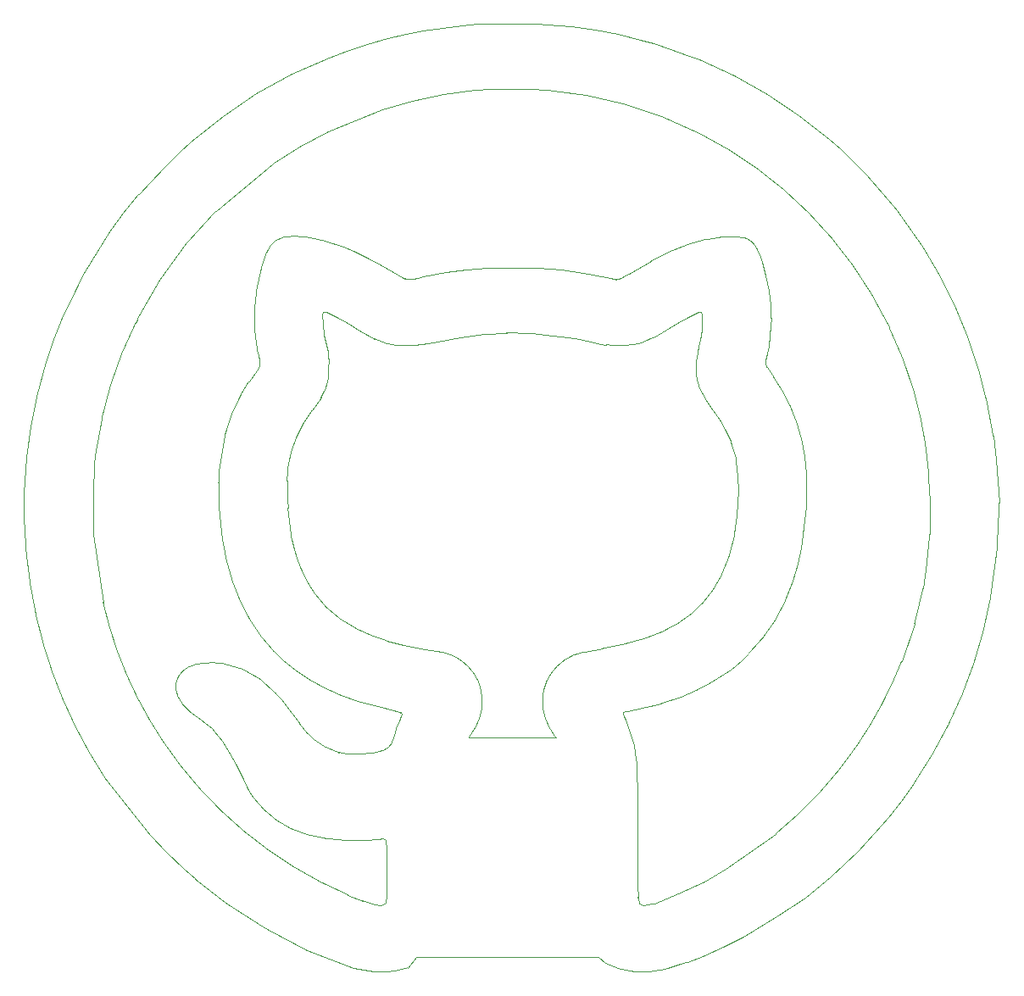
<source format=gm1>
%TF.GenerationSoftware,KiCad,Pcbnew,9.0.1*%
%TF.CreationDate,2025-04-13T21:02:41-04:00*%
%TF.ProjectId,SuperPixel,53757065-7250-4697-9865-6c2e6b696361,rev?*%
%TF.SameCoordinates,Original*%
%TF.FileFunction,Profile,NP*%
%FSLAX46Y46*%
G04 Gerber Fmt 4.6, Leading zero omitted, Abs format (unit mm)*
G04 Created by KiCad (PCBNEW 9.0.1) date 2025-04-13 21:02:41*
%MOMM*%
%LPD*%
G01*
G04 APERTURE LIST*
%TA.AperFunction,Profile*%
%ADD10C,0.017000*%
%TD*%
G04 APERTURE END LIST*
D10*
X150807506Y-108429105D02*
X159484781Y-108429103D01*
X129697403Y-69886048D02*
G75*
G02*
X129414956Y-67825081I16119497J3258948D01*
G01*
X163928621Y-69115554D02*
X164506136Y-69209754D01*
X156981404Y-43684735D02*
X158552481Y-43773494D01*
X136341053Y-68175314D02*
X136217851Y-67101448D01*
X133096832Y-88580312D02*
G75*
G02*
X132717801Y-85519554I19974568J4027412D01*
G01*
X177657316Y-82404855D02*
X177677176Y-83723021D01*
X109202949Y-101938691D02*
G75*
G02*
X107605756Y-96387499I43841551J15619491D01*
G01*
X136415699Y-103498343D02*
G75*
G02*
X133626992Y-101824372I9009101J18168343D01*
G01*
X167902500Y-38723151D02*
X165657953Y-38187498D01*
X119926500Y-62754112D02*
G75*
G02*
X122533075Y-59156628I34182400J-22023988D01*
G01*
X142005523Y-118588146D02*
G75*
G02*
X142226667Y-118583761I151877J-2081054D01*
G01*
X113377828Y-81175340D02*
X113486620Y-80237500D01*
X167405066Y-109886862D02*
X167265475Y-109214042D01*
X166232182Y-105995252D02*
G75*
G02*
X166271590Y-105945016I101118J-38748D01*
G01*
X177355373Y-80143773D02*
X177465348Y-80613310D01*
X173617834Y-69949691D02*
X173535604Y-70421655D01*
X190559703Y-52276065D02*
X189472637Y-51191906D01*
X129823800Y-127081267D02*
X130650537Y-127604433D01*
X176445000Y-121589436D02*
X174305651Y-122780831D01*
X113296780Y-86815299D02*
X113290000Y-85210000D01*
X142457850Y-118643389D02*
G75*
G02*
X142507746Y-118757332I-123350J-121911D01*
G01*
X133907769Y-107080758D02*
X132057983Y-104649916D01*
X145677589Y-62510645D02*
X145177574Y-62597954D01*
X189620000Y-119768706D02*
X191291085Y-118025292D01*
X144469956Y-62603172D02*
X144125970Y-62421975D01*
X166228558Y-106077447D02*
G75*
G02*
X166232195Y-105995257I124942J35647D01*
G01*
X129823712Y-127081212D02*
G75*
G02*
X123490021Y-122605678I20728788J36054412D01*
G01*
X157700769Y-61546581D02*
X155152500Y-61489342D01*
X179588728Y-51602105D02*
G75*
G02*
X184740684Y-56033266I-24889728J-34148995D01*
G01*
X170440312Y-131578692D02*
G75*
G02*
X168847385Y-131834466I-2375412J9705592D01*
G01*
X129907500Y-71126960D02*
G75*
G02*
X129873624Y-71256636I-264600J-140D01*
G01*
X148105611Y-99902483D02*
X147584824Y-99801374D01*
X196158664Y-93525200D02*
G75*
G02*
X195306449Y-97102842I-38821164J7357100D01*
G01*
X140638433Y-60510697D02*
X139234402Y-59837152D01*
X201213134Y-101081321D02*
G75*
G02*
X198687908Y-107169364I-43855434J14622821D01*
G01*
X127517017Y-111068796D02*
X128161744Y-112401453D01*
X112334704Y-62146495D02*
G75*
G02*
X114928935Y-57934105I44048096J-24222305D01*
G01*
X178242403Y-128302497D02*
X181555443Y-126335110D01*
X184740687Y-56033263D02*
G75*
G02*
X189126628Y-61243876I-30180187J-29854837D01*
G01*
X117676545Y-66677562D02*
G75*
G02*
X119926506Y-62754116I39050655J-19787338D01*
G01*
X174305651Y-122780831D02*
X171732016Y-124004980D01*
X168956497Y-60862753D02*
G75*
G02*
X172784615Y-59151158I10932403J-19314447D01*
G01*
X174108063Y-66459458D02*
X174087351Y-67085389D01*
X130650537Y-127604433D02*
X134597019Y-129653687D01*
X194014499Y-100826008D02*
G75*
G02*
X189562503Y-109236495I-39468599J15508708D01*
G01*
X145371986Y-69252478D02*
G75*
G02*
X143549747Y-69265186I-979086J9739578D01*
G01*
X126171729Y-88537172D02*
G75*
G02*
X125804888Y-82906346I36865071J5229072D01*
G01*
X144554681Y-38164511D02*
X142658213Y-38619937D01*
X159921251Y-68351026D02*
X161370615Y-68584112D01*
X129845800Y-70679273D02*
X129897550Y-70998285D01*
X176757459Y-90429578D02*
G75*
G02*
X175978223Y-92322107I-15055659J5092378D01*
G01*
X146353123Y-99583500D02*
X144280327Y-99192622D01*
X157596471Y-37136134D02*
X155246051Y-37117552D01*
X167630994Y-123185385D02*
X167614769Y-117870662D01*
X126141989Y-108793589D02*
X126844395Y-109867537D01*
X166003168Y-62506950D02*
X165698722Y-62662540D01*
X158422507Y-106484419D02*
G75*
G02*
X158151003Y-104612182I4964393J1675719D01*
G01*
X140257265Y-110061224D02*
X140412565Y-110051586D01*
X133626995Y-101824367D02*
G75*
G02*
X131292432Y-99799856I9627605J13460367D01*
G01*
X136528856Y-65962405D02*
X137539903Y-66461677D01*
X139304285Y-131437135D02*
X141275090Y-131825739D01*
X123467354Y-101148188D02*
G75*
G02*
X124354879Y-100997734I1553146J-6469012D01*
G01*
X184018302Y-89537587D02*
G75*
G02*
X183141279Y-92902501I-22336902J4025087D01*
G01*
X191291085Y-118025292D02*
X192712058Y-116407863D01*
X168956497Y-60862753D02*
X166761288Y-62078873D01*
X190559703Y-52276065D02*
G75*
G02*
X196158953Y-59457197I-34622503J-32769235D01*
G01*
X143927784Y-106517718D02*
X143816210Y-106786101D01*
X145177574Y-62597954D02*
X144758883Y-62659904D01*
X122533070Y-59156624D02*
G75*
G02*
X125514782Y-55867161I31533330J-25587076D01*
G01*
X129927004Y-102585355D02*
G75*
G02*
X131561019Y-104072845I-6307404J-8569945D01*
G01*
X144125970Y-62421975D02*
X143707668Y-62188928D01*
X143013871Y-109080805D02*
G75*
G02*
X142800049Y-109414398I-817871J288905D01*
G01*
X108543753Y-71057500D02*
G75*
G02*
X110171156Y-66586052I41343847J-12515400D01*
G01*
X134270487Y-77079122D02*
G75*
G02*
X135135509Y-75775005I11792713J-6883178D01*
G01*
X136507414Y-73543460D02*
G75*
G02*
X136015125Y-74508629I-5075914J1980860D01*
G01*
X110171156Y-66586052D02*
G75*
G02*
X112334706Y-62146496I46067544J-19703348D01*
G01*
X172784614Y-59151155D02*
G75*
G02*
X174584820Y-58641939I5969886J-17668345D01*
G01*
X142566472Y-120384773D02*
X142585350Y-121814329D01*
X138584766Y-39854874D02*
X136792500Y-40517905D01*
X169229571Y-68465139D02*
G75*
G02*
X168054399Y-69019416I-2919771J4667539D01*
G01*
X125321625Y-100962926D02*
G75*
G02*
X126270093Y-101053730I-200425J-7092374D01*
G01*
X183141277Y-92902500D02*
G75*
G02*
X182307951Y-94994921I-22493277J7746000D01*
G01*
X133344798Y-121378824D02*
G75*
G02*
X128395046Y-117839702I22158402J36221224D01*
G01*
X143572385Y-105808780D02*
X143824288Y-105879825D01*
X142376941Y-118600327D02*
G75*
G02*
X142457846Y-118643392I-28341J-150773D01*
G01*
X139641351Y-104808307D02*
G75*
G02*
X136415698Y-103498345I7153749J22241807D01*
G01*
X154977020Y-43658500D02*
X156981404Y-43684735D01*
X160404451Y-100651897D02*
G75*
G02*
X161240183Y-100208809I2315349J-3357403D01*
G01*
X142501029Y-69059840D02*
G75*
G02*
X141390673Y-68604415I2003871J6466840D01*
G01*
X115685221Y-99809965D02*
G75*
G02*
X114263969Y-94929105I38743279J13928965D01*
G01*
X139555000Y-110070666D02*
X138832423Y-110064196D01*
X136217851Y-67101448D02*
X136169774Y-66153890D01*
X179584558Y-59634788D02*
G75*
G02*
X179815311Y-60166644I-4240558J-2155812D01*
G01*
X168054400Y-69019420D02*
G75*
G02*
X167136726Y-69211850I-1286400J3850320D01*
G01*
X180180878Y-98449858D02*
G75*
G02*
X178744394Y-100046199I-15776378J12752058D01*
G01*
X187934667Y-49684992D02*
X186763039Y-48633005D01*
X131292435Y-99799853D02*
G75*
G02*
X128919641Y-96654703I12242265J11703553D01*
G01*
X158151020Y-104612183D02*
G75*
G02*
X158562768Y-102827932I4862680J-182517D01*
G01*
X144688407Y-131436221D02*
X145560000Y-130360000D01*
X136819296Y-71113456D02*
G75*
G02*
X136751654Y-72601181I-8303996J-367844D01*
G01*
X147584824Y-99801374D02*
X146977001Y-99690358D01*
X175170288Y-75723973D02*
X175843101Y-76709038D01*
X144015333Y-106274194D02*
X143927784Y-106517718D01*
X122214571Y-101794538D02*
G75*
G02*
X122762106Y-101406469I1556829J-1616262D01*
G01*
X163720000Y-130370000D02*
X145560000Y-130360000D01*
X164178528Y-99533567D02*
X162363921Y-99873959D01*
X129390064Y-65719703D02*
G75*
G02*
X129624138Y-63578436I18052536J-889997D01*
G01*
X138228261Y-59420899D02*
X136425015Y-58841490D01*
X121746488Y-104367832D02*
G75*
G02*
X121521234Y-103587678I2256212J1074032D01*
G01*
X180457858Y-62323536D02*
X180085414Y-60961897D01*
X167136726Y-69211852D02*
G75*
G02*
X165862371Y-69267371I-1222226J13401252D01*
G01*
X184050588Y-78759941D02*
G75*
G02*
X184507105Y-81963128I-17466588J-4123459D01*
G01*
X158562751Y-102827924D02*
G75*
G02*
X159605579Y-101314027I4519349J-1996976D01*
G01*
X175978223Y-92322107D02*
G75*
G02*
X174169367Y-94984018I-10225923J5003307D01*
G01*
X129120726Y-114230725D02*
G75*
G02*
X128678442Y-113477224I6135674J4108025D01*
G01*
X114399791Y-112381751D02*
X118925781Y-118150423D01*
X168237687Y-125245000D02*
G75*
G02*
X167868234Y-125038162I13J433400D01*
G01*
X135395590Y-94052631D02*
G75*
G02*
X134134911Y-91790797I10586110J7382631D01*
G01*
X182307951Y-94994921D02*
G75*
G02*
X181344824Y-96804755I-14898451J6767221D01*
G01*
X169213357Y-39101122D02*
X167902500Y-38723151D01*
X174169370Y-94984020D02*
G75*
G02*
X171687544Y-97033798I-8422170J7670020D01*
G01*
X115010233Y-73225709D02*
G75*
G02*
X117518226Y-67023985I37801867J-11679191D01*
G01*
X129873612Y-71256629D02*
X129756513Y-71478236D01*
X144280327Y-99192622D02*
X142590348Y-98766006D01*
X147648111Y-68855915D02*
X149941769Y-68433084D01*
X152899399Y-37119460D02*
X151667500Y-37158896D01*
X177639830Y-82146913D02*
X177657316Y-82404855D01*
X173848037Y-40731025D02*
X172573054Y-40235743D01*
X106408152Y-83636537D02*
G75*
G02*
X107060187Y-77344692I47744748J-1768163D01*
G01*
X176950273Y-101648562D02*
X177484503Y-101230220D01*
X122229218Y-105131833D02*
G75*
G02*
X121746495Y-104367829I2946082J2395933D01*
G01*
X137971197Y-96609539D02*
G75*
G02*
X136561652Y-95439648I5858103J8492239D01*
G01*
X122295871Y-121520693D02*
X123490018Y-122605682D01*
X128395046Y-117839702D02*
G75*
G02*
X123992393Y-113621539I27220954J32818202D01*
G01*
X185839052Y-113921144D02*
G75*
G02*
X181453202Y-118049251I-30893752J28428744D01*
G01*
X165698722Y-62662540D02*
G75*
G02*
X165603962Y-62684988I-94822J189040D01*
G01*
X144688407Y-131436221D02*
G75*
G02*
X143370450Y-131763550I-2650907J7856621D01*
G01*
X196846696Y-85515022D02*
X196832111Y-88105481D01*
X113486620Y-80237500D02*
X114120499Y-76625762D01*
X174924479Y-102949354D02*
X176287018Y-102111386D01*
X142226667Y-118583761D02*
G75*
G02*
X142376942Y-118600320I-32667J-986639D01*
G01*
X117681620Y-104434413D02*
G75*
G02*
X115685219Y-99809966I36005680J18287013D01*
G01*
X141109042Y-98257770D02*
G75*
G02*
X139681368Y-97620899I6412558J16293670D01*
G01*
X107060182Y-77344691D02*
G75*
G02*
X108543753Y-71057500I51202218J-8763409D01*
G01*
X142658213Y-38619937D02*
X140604407Y-39203073D01*
X141591979Y-109869348D02*
X141139546Y-109972344D01*
X162566919Y-44301629D02*
G75*
G02*
X166387258Y-45179970I-6885219J-38694671D01*
G01*
X131343775Y-51023152D02*
X133606819Y-49566036D01*
X165603962Y-62685000D02*
G75*
G02*
X165503016Y-62675247I-162J525600D01*
G01*
X195306449Y-97102842D02*
X194014499Y-100826006D01*
X165503017Y-62675241D02*
X165227486Y-62622912D01*
X129562505Y-44124763D02*
X126204897Y-46370479D01*
X136714894Y-47857182D02*
X142122524Y-45671351D01*
X177295291Y-42320051D02*
X173848037Y-40731025D01*
X159605586Y-101314034D02*
G75*
G02*
X160404454Y-100651902I4135614J-4176666D01*
G01*
X149609412Y-100473544D02*
G75*
G02*
X150173832Y-100855824I-2630112J-4491056D01*
G01*
X174099035Y-66161685D02*
G75*
G02*
X174108061Y-66459458I-2137535J-213815D01*
G01*
X138705209Y-124137441D02*
G75*
G02*
X133344802Y-121378817I15991291J37660741D01*
G01*
X135135510Y-75775006D02*
X136015124Y-74508628D01*
X177465348Y-80613310D02*
G75*
G02*
X177639855Y-82147219I-9095048J-1811590D01*
G01*
X143281281Y-105744837D02*
X143572385Y-105808780D01*
X125804887Y-82906346D02*
X125805522Y-82604581D01*
X174087351Y-67085389D02*
X174051909Y-67671280D01*
X133344151Y-58354652D02*
G75*
G02*
X134771804Y-58483950I-271351J-10942548D01*
G01*
X189126627Y-61243877D02*
G75*
G02*
X192596995Y-67062417I-33848627J-24132623D01*
G01*
X178381904Y-100399541D02*
X178030674Y-100741910D01*
X138678623Y-67066291D02*
X139885928Y-67764488D01*
X151330562Y-102077175D02*
G75*
G02*
X151772087Y-102889103I-3459762J-2407425D01*
G01*
X143401414Y-107880153D02*
X143294536Y-108216902D01*
X170898899Y-39650118D02*
X169213357Y-39101122D01*
X166474658Y-105849549D02*
G75*
G02*
X166602102Y-105819673I301142J-997851D01*
G01*
X166271585Y-105945008D02*
G75*
G02*
X166359887Y-105893839I355315J-511392D01*
G01*
X131525435Y-58792905D02*
G75*
G02*
X132241607Y-58480201I1326165J-2060795D01*
G01*
X129897550Y-70998285D02*
G75*
G02*
X129907498Y-71126960I-827750J-128715D01*
G01*
X175629982Y-58453547D02*
X175156134Y-58523382D01*
X143685572Y-107100691D02*
X143539603Y-107486982D01*
X167684408Y-124390462D02*
X167630994Y-123185385D01*
X121554737Y-102954799D02*
G75*
G02*
X121796333Y-102332668I2224563J-505901D01*
G01*
X173487032Y-103694049D02*
X174924479Y-102949354D01*
X114399791Y-112381752D02*
G75*
G02*
X111492373Y-107323568I40700909J26759352D01*
G01*
X180085414Y-60961897D02*
X179815305Y-60166646D01*
X180871617Y-68298749D02*
X180963655Y-67314282D01*
X164893134Y-62554597D02*
X164524016Y-62473636D01*
X132717767Y-85519147D02*
X132657167Y-84750441D01*
X167265475Y-109214042D02*
X167054595Y-108397332D01*
X122981336Y-105891575D02*
G75*
G02*
X122229216Y-105131834I3503864J4220875D01*
G01*
X173535604Y-70421655D02*
X173494292Y-70864776D01*
X149012049Y-100175473D02*
G75*
G02*
X149609413Y-100473543I-1924349J-4604227D01*
G01*
X180446531Y-71157351D02*
G75*
G02*
X180451281Y-70789014I872269J172951D01*
G01*
X142585350Y-121814329D02*
X142600326Y-123740495D01*
X146011751Y-69173072D02*
X146720058Y-69048508D01*
X132657167Y-84750441D02*
X132626125Y-82799625D01*
X130544489Y-60118253D02*
G75*
G02*
X130985724Y-59303213I3298511J-1258747D01*
G01*
X136792500Y-40517905D02*
X133097063Y-42171112D01*
X169289201Y-125040991D02*
G75*
G02*
X168237687Y-125244994I-1051501J2607891D01*
G01*
X174051909Y-67671280D02*
X173994063Y-68181376D01*
X167868259Y-125038146D02*
G75*
G02*
X167684423Y-124390462I1063341J651746D01*
G01*
X176287018Y-102111386D02*
X176950273Y-101648562D01*
X144025033Y-105949841D02*
G75*
G02*
X144074090Y-105998622I-29633J-78859D01*
G01*
X172721640Y-66448534D02*
X173721248Y-65953386D01*
X142507767Y-118757331D02*
X142539639Y-119442555D01*
X150692584Y-101314034D02*
G75*
G02*
X151330567Y-102077172I-3987584J-3981866D01*
G01*
X176942013Y-78806279D02*
G75*
G02*
X177355376Y-80143772I-6253513J-2665321D01*
G01*
X178381904Y-100399541D02*
X178744392Y-100046197D01*
X121521249Y-103587676D02*
G75*
G02*
X121554731Y-102954798I1851451J219376D01*
G01*
X125514782Y-55867161D02*
X131200104Y-51130718D01*
X155246051Y-37117552D02*
X152899399Y-37119460D01*
X176372505Y-129263085D02*
X178242403Y-128302497D01*
X196536258Y-90994325D02*
X196158664Y-93525200D01*
X177484503Y-101230220D02*
X178030674Y-100741910D01*
X155152500Y-61489342D02*
X152658383Y-61536544D01*
X143816210Y-106786101D02*
X143685572Y-107100691D01*
X129777896Y-70298900D02*
X129845800Y-70679273D01*
X158552481Y-43773494D02*
G75*
G02*
X162566919Y-44301631I-3819981J-44557406D01*
G01*
X121796340Y-102332672D02*
G75*
G02*
X122214577Y-101794544I2071160J-1178128D01*
G01*
X167614769Y-117870662D02*
X167603186Y-113796296D01*
X125407628Y-107844096D02*
X126141989Y-108793589D01*
X161064008Y-37420591D02*
X158688907Y-37185079D01*
X171608371Y-67049105D02*
X172721640Y-66448534D01*
X186763039Y-48633005D02*
X183716241Y-46248608D01*
X149941769Y-68433084D02*
X152307998Y-68145711D01*
X113296089Y-83117123D02*
X113321139Y-82012312D01*
X146195849Y-37849571D02*
X144554681Y-38164511D01*
X168400950Y-98527813D02*
G75*
G02*
X164178528Y-99533564I-9192350J29225713D01*
G01*
X152974980Y-43689384D02*
X154977020Y-43658500D01*
X172592175Y-130868488D02*
G75*
G02*
X170440312Y-131578691I-5575475J13278188D01*
G01*
X178253359Y-58492198D02*
X177543612Y-58414175D01*
X175156134Y-58523382D02*
X174584820Y-58641941D01*
X150143152Y-37290947D02*
X148185574Y-37541529D01*
X142075229Y-125232143D02*
G75*
G02*
X141416374Y-125149689I17471J2813143D01*
G01*
X120400889Y-51424034D02*
X118923752Y-52948329D01*
X133607040Y-90506187D02*
X133332920Y-89601110D01*
X136772215Y-70361718D02*
X136692198Y-69878473D01*
X132057983Y-104649916D02*
X131561019Y-104072845D01*
X192712058Y-116407863D02*
X193999317Y-114779435D01*
X143539603Y-107486982D02*
X143401414Y-107880153D01*
X148540833Y-61956902D02*
X146229632Y-62399034D01*
X181255505Y-72486823D02*
X180572221Y-71465594D01*
X124451649Y-106958931D02*
X124808190Y-107240456D01*
X151667500Y-37158896D02*
X150143152Y-37290947D01*
X144074108Y-105998615D02*
G75*
G02*
X144077365Y-106070601I-106508J-40885D01*
G01*
X126844395Y-109867537D02*
X127517017Y-111068796D01*
X127140234Y-76080064D02*
G75*
G02*
X128119972Y-74028964I16252366J-6503636D01*
G01*
X170367500Y-104912402D02*
X171969629Y-104347583D01*
X196832111Y-88105481D02*
G75*
G02*
X196536267Y-90994327I-17051711J286681D01*
G01*
X166303868Y-106324116D02*
X166228558Y-106077447D01*
X167405066Y-109886862D02*
G75*
G02*
X167537115Y-110817806I-5422166J-1243938D01*
G01*
X131343775Y-51023152D02*
X131200104Y-51130718D01*
X125117953Y-107527842D02*
X125407628Y-107844096D01*
X178253359Y-58492197D02*
G75*
G02*
X178666010Y-58649947I-358359J-1556003D01*
G01*
X163382749Y-37753996D02*
X161064008Y-37420591D01*
X141139546Y-109972344D02*
G75*
G02*
X140412565Y-110051590I-839246J4324844D01*
G01*
X132241608Y-58480204D02*
G75*
G02*
X133344151Y-58354642I1002692J-3901096D01*
G01*
X152119237Y-104802500D02*
G75*
G02*
X152051828Y-105749937I-6281437J-29200D01*
G01*
X180604634Y-70037500D02*
X180744715Y-69281280D01*
X158398186Y-68179870D02*
X159921251Y-68351026D01*
X133067516Y-79866712D02*
G75*
G02*
X133577137Y-78451293I11688784J-3409088D01*
G01*
X203781877Y-84953515D02*
X203455216Y-80671192D01*
X142587601Y-124472412D02*
G75*
G02*
X142548307Y-124866486I-3368801J136912D01*
G01*
X165232623Y-69255726D02*
X165862371Y-69267366D01*
X113321139Y-82012312D02*
X113377828Y-81175340D01*
X151772095Y-102889100D02*
G75*
G02*
X152029667Y-103785956I-3986795J-1630400D01*
G01*
X173973130Y-65943102D02*
G75*
G02*
X174057839Y-66019806I-56930J-147998D01*
G01*
X122762106Y-101406469D02*
G75*
G02*
X123467354Y-101148188I1466494J-2912331D01*
G01*
X142122524Y-45671351D02*
X145145904Y-44813532D01*
X161370615Y-68584112D02*
X162972500Y-68911613D01*
X177677176Y-83723021D02*
X177579934Y-86278923D01*
X180572622Y-44151555D02*
X177295291Y-42320051D01*
X148185574Y-37541529D02*
X146195849Y-37849571D01*
X173822566Y-73495947D02*
G75*
G02*
X173564636Y-72531096I4192434J1637647D01*
G01*
X142590348Y-98766006D02*
G75*
G02*
X141109040Y-98257775I4975152J16913606D01*
G01*
X164524016Y-62473636D02*
X162236096Y-62023337D01*
X199358019Y-65366899D02*
G75*
G02*
X201706403Y-71690799I-43824119J-19872101D01*
G01*
X129697403Y-69886048D02*
X129777896Y-70298900D01*
X138097128Y-118659458D02*
G75*
G02*
X136579999Y-118534882I187972J11589558D01*
G01*
X137800326Y-109914978D02*
X137644760Y-109873032D01*
X179048920Y-58922930D02*
G75*
G02*
X179343321Y-59246283I-1506020J-1666870D01*
G01*
X142800039Y-109414388D02*
G75*
G02*
X142418464Y-109629772I-601139J619288D01*
G01*
X134771803Y-58483956D02*
G75*
G02*
X136425013Y-58841496I-2299203J-14632044D01*
G01*
X134134969Y-91790926D02*
X133954488Y-91401202D01*
X142418461Y-109629760D02*
X141591979Y-109869348D01*
X151412500Y-43781851D02*
X152974980Y-43689384D01*
X138392197Y-110037209D02*
G75*
G02*
X137800324Y-109914979I309603J2993309D01*
G01*
X159345213Y-108247855D02*
G75*
G02*
X158422499Y-106484422I5124587J3804555D01*
G01*
X180572221Y-71465594D02*
G75*
G02*
X180446549Y-71157347I732779J478494D01*
G01*
X182888928Y-75320202D02*
G75*
G02*
X183541104Y-76972400I-15402028J-7034498D01*
G01*
X118923752Y-52948329D02*
X117845207Y-54142694D01*
X139681368Y-97620899D02*
G75*
G02*
X137971193Y-96609545I6377432J12735699D01*
G01*
X143707668Y-62188928D02*
X143252500Y-61920901D01*
X167603186Y-113796296D02*
X167579933Y-111923725D01*
X144758883Y-62659904D02*
G75*
G02*
X144614635Y-62655524I-59183J428404D01*
G01*
X123039056Y-48897819D02*
X121899621Y-49942821D01*
X171687542Y-97033794D02*
G75*
G02*
X168400951Y-98527817I-7739642J12663894D01*
G01*
X146977001Y-99690358D02*
X146353123Y-99583500D01*
X123992394Y-113621538D02*
G75*
G02*
X120262126Y-108840004I30953406J27993838D01*
G01*
X133097063Y-42171112D02*
X129562505Y-44124763D01*
X162972500Y-68911613D02*
X163928621Y-69115554D01*
X124019408Y-106659584D02*
G75*
G02*
X122981340Y-105891570I6345792J9662684D01*
G01*
X151840665Y-106587870D02*
G75*
G02*
X151444582Y-107437408I-4947465J1789570D01*
G01*
X142007197Y-131874499D02*
G75*
G02*
X141275228Y-131825766I-5197J5443399D01*
G01*
X129624137Y-63578436D02*
G75*
G02*
X130115305Y-61410000I20215663J-3439164D01*
G01*
X184368413Y-124395581D02*
X186965007Y-122276740D01*
X164437177Y-130986951D02*
X163720000Y-130370000D01*
X143294536Y-108216902D02*
X143013871Y-109080805D01*
X131612148Y-116718283D02*
G75*
G02*
X130330094Y-115640014I5704552J8083983D01*
G01*
X180744715Y-69281280D02*
X180871617Y-68298749D01*
X128161744Y-112401453D02*
X128678439Y-113477225D01*
X183716241Y-46248608D02*
X180572622Y-44151555D01*
X129589407Y-71753000D02*
X128830600Y-72855499D01*
X167344487Y-105673491D02*
X168498531Y-105404599D01*
X176785000Y-58401362D02*
X176128825Y-58416595D01*
X158688907Y-37185079D02*
X157596471Y-37136134D01*
X136561649Y-95439651D02*
G75*
G02*
X135395592Y-94052630I7094151J7147651D01*
G01*
X152307998Y-68145711D02*
X154574581Y-68008846D01*
X141680000Y-118617556D02*
X142005523Y-118588146D01*
X173902505Y-68700289D02*
X173763269Y-69315000D01*
X193999317Y-114779435D02*
X195264221Y-113005557D01*
X136397081Y-109354203D02*
G75*
G02*
X135336941Y-108643807I2794619J5316703D01*
G01*
X133823158Y-49426741D02*
X136714894Y-47857182D01*
X173721248Y-65953386D02*
G75*
G02*
X173973126Y-65943112I137852J-286914D01*
G01*
X176451798Y-77771770D02*
X176942013Y-78806279D01*
X125826890Y-81869920D02*
X125805522Y-82604581D01*
X133031648Y-117538847D02*
G75*
G02*
X131612148Y-116718283I3817752J8242447D01*
G01*
X178666003Y-58649959D02*
G75*
G02*
X179048913Y-58922938I-985803J-1787841D01*
G01*
X170474913Y-67726276D02*
X171608371Y-67049105D01*
X201706404Y-71690799D02*
G75*
G02*
X203166981Y-78324799I-47471204J-13929301D01*
G01*
X143549747Y-69265191D02*
G75*
G02*
X142501027Y-69059845I430453J4978991D01*
G01*
X126204897Y-46370479D02*
X123039056Y-48897819D01*
X140165361Y-124732199D02*
X138705209Y-124137441D01*
X133332920Y-89601110D02*
X133096832Y-88580312D01*
X165657953Y-38187498D02*
X163382749Y-37753996D01*
X154574581Y-68008846D02*
G75*
G02*
X157143714Y-68085070I641019J-21728954D01*
G01*
X196158948Y-59457200D02*
G75*
G02*
X199358016Y-65366900I-40280948J-25625800D01*
G01*
X184507113Y-81963128D02*
G75*
G02*
X184482843Y-85725012I-32542913J-1671072D01*
G01*
X120262132Y-108840000D02*
G75*
G02*
X117681619Y-104434414I35423868J23707600D01*
G01*
X126423465Y-78267727D02*
X125870403Y-81249434D01*
X181255508Y-72486828D02*
G75*
G02*
X182888935Y-75320199I-14127508J-10031972D01*
G01*
X114120499Y-76625762D02*
G75*
G02*
X115010230Y-73225708I39312201J-8470838D01*
G01*
X173494292Y-70864776D02*
X173480305Y-71398012D01*
X126423465Y-78267724D02*
G75*
G02*
X127140236Y-76080065I17418435J-4495776D01*
G01*
X166359885Y-105893836D02*
G75*
G02*
X166474656Y-105849543I352315J-742064D01*
G01*
X196819766Y-84299895D02*
X196825965Y-84299788D01*
X148156606Y-99914116D02*
X148105611Y-99902483D01*
X128919640Y-96654704D02*
G75*
G02*
X127209691Y-92904247I17470560J10230404D01*
G01*
X150570763Y-61682335D02*
X148540833Y-61956902D01*
X189472637Y-51191906D02*
X187934667Y-49684992D01*
X177543612Y-58414175D02*
X176785000Y-58401362D01*
X124019408Y-106659584D02*
X124451649Y-106958931D01*
X173763269Y-69315000D02*
X173617834Y-69949691D01*
X145372171Y-69252464D02*
X145408295Y-69249867D01*
X202867898Y-94634973D02*
G75*
G02*
X201213133Y-101081321I-46428598J8482573D01*
G01*
X111492373Y-107323568D02*
G75*
G02*
X109202955Y-101938689I43862527J21827568D01*
G01*
X141416373Y-125149694D02*
G75*
G02*
X140165361Y-124732199I1999827J8075494D01*
G01*
X140561172Y-118690379D02*
X141680000Y-118617556D01*
X145145904Y-44813532D02*
X148253323Y-44181310D01*
X180451281Y-70789014D02*
X180604634Y-70037500D01*
X136169774Y-66153890D02*
G75*
G02*
X136303185Y-65954104I207926J5590D01*
G01*
X176128825Y-58416595D02*
X175629982Y-58453547D01*
X192786448Y-67493003D02*
G75*
G02*
X195262021Y-73906877I-35169448J-17259097D01*
G01*
X177579934Y-86278923D02*
G75*
G02*
X177281812Y-88463284I-18507034J1413323D01*
G01*
X180746059Y-63789169D02*
X180457858Y-62323536D01*
X173840310Y-48101397D02*
G75*
G02*
X179588726Y-51602107I-18209010J-36370503D01*
G01*
X136548273Y-69230000D02*
X136341053Y-68175314D01*
X133954488Y-91401202D02*
X133607040Y-90506187D01*
X130115304Y-61410000D02*
G75*
G02*
X130544490Y-60118253I14953596J-4251200D01*
G01*
X146720058Y-69048508D02*
X147648111Y-68855915D01*
X165227486Y-62622912D02*
X164893134Y-62554597D01*
X168847385Y-131834464D02*
G75*
G02*
X167281462Y-131818902I-695085J8850264D01*
G01*
X184482839Y-85725012D02*
G75*
G02*
X184018300Y-89537587I-33615939J2161312D01*
G01*
X124808190Y-107240456D02*
X125117953Y-107527842D01*
X170112027Y-46437544D02*
G75*
G02*
X173840310Y-48101398I-16854327J-42775356D01*
G01*
X169229571Y-68465139D02*
X170474913Y-67726276D01*
X152029667Y-103785956D02*
G75*
G02*
X152119238Y-104802500I-6047067J-1045044D01*
G01*
X142453076Y-125065579D02*
G75*
G02*
X142075229Y-125232157I-374776J338279D01*
G01*
X132751139Y-81300000D02*
G75*
G02*
X133067516Y-79866712I10914261J-1657600D01*
G01*
X174583338Y-74867807D02*
G75*
G02*
X173822557Y-73495951I4709162J3508407D01*
G01*
X114928938Y-57934107D02*
G75*
G02*
X117845207Y-54142694I36249462J-24864993D01*
G01*
X198687909Y-107169364D02*
G75*
G02*
X195264219Y-113005556I-45861009J22981164D01*
G01*
X144614632Y-62655538D02*
G75*
G02*
X144469960Y-62603164I101668J506838D01*
G01*
X180963655Y-67314282D02*
X180992383Y-66553417D01*
X129920516Y-115202991D02*
G75*
G02*
X129120717Y-114230731I4525184J4537591D01*
G01*
X175843101Y-76709038D02*
X176451798Y-77771770D01*
X196846696Y-85515022D02*
X196819756Y-84299895D01*
X166541353Y-106945052D02*
X166408508Y-106618694D01*
X189562506Y-109236497D02*
G75*
G02*
X185839057Y-113921149I-34205606J23365197D01*
G01*
X142548308Y-124866486D02*
G75*
G02*
X142453087Y-125065589I-383708J61186D01*
G01*
X133606819Y-49566036D02*
X133823158Y-49426741D01*
X144077364Y-106070601D02*
X144015333Y-106274194D01*
X161240180Y-100208802D02*
G75*
G02*
X162363922Y-99873962I2606120J-6693198D01*
G01*
X167579933Y-111923725D02*
X167537119Y-110817806D01*
X126270094Y-101053724D02*
G75*
G02*
X128196940Y-101606047I-1395994J-8507276D01*
G01*
X136303187Y-65954109D02*
G75*
G02*
X136528856Y-65962405I103113J-268591D01*
G01*
X121899621Y-49942821D02*
X120400889Y-51424034D01*
X173564636Y-72531096D02*
G75*
G02*
X173480302Y-71398012I7422064J1122096D01*
G01*
X150173831Y-100855826D02*
G75*
G02*
X150692590Y-101314028I-3393431J-4364674D01*
G01*
X177281813Y-88463284D02*
G75*
G02*
X176757458Y-90429578I-15241013J3011284D01*
G01*
X136812409Y-70833757D02*
X136772215Y-70361718D01*
X166761288Y-62078873D02*
X166362476Y-62311094D01*
X138097128Y-118659458D02*
X139098978Y-118695085D01*
X157143714Y-68085068D02*
X158398186Y-68179870D01*
X117676545Y-66677562D02*
X117518225Y-67023985D01*
X172573054Y-40235743D02*
X170898899Y-39650118D01*
X136580000Y-118534878D02*
G75*
G02*
X134662557Y-118133287I2451500J16483278D01*
G01*
X192786447Y-67493000D02*
X192597036Y-67062500D01*
X167054595Y-108397332D02*
X166814925Y-107646744D01*
X139885928Y-67764488D02*
X141390674Y-68604412D01*
X118925781Y-118150423D02*
X120594804Y-119851344D01*
X129414958Y-67825081D02*
G75*
G02*
X129390068Y-65719703I17200742J1256181D01*
G01*
X142081402Y-61255392D02*
X140638433Y-60510697D01*
X146229632Y-62399034D02*
X145677589Y-62510645D01*
X128196936Y-101606056D02*
G75*
G02*
X129926997Y-102585364I-3216836J-7700744D01*
G01*
X145408295Y-69249867D02*
X146011751Y-69173072D01*
X142539639Y-119442555D02*
X142566472Y-120384773D01*
X137644760Y-109873032D02*
G75*
G02*
X136397080Y-109354205I2255440J7183532D01*
G01*
X136819293Y-71113340D02*
X136812409Y-70833757D01*
X181344823Y-96804754D02*
G75*
G02*
X180180878Y-98449858I-13412423J8255254D01*
G01*
X180746059Y-63789169D02*
X180931158Y-65239515D01*
X166387258Y-45179970D02*
G75*
G02*
X170112027Y-46437545I-10771458J-38048530D01*
G01*
X166362476Y-62311094D02*
X166003168Y-62506950D01*
X132626125Y-82799625D02*
G75*
G02*
X132751145Y-81300001I11146975J-174275D01*
G01*
X120594804Y-119851344D02*
X122295871Y-121520693D01*
X152051834Y-105749938D02*
G75*
G02*
X151840669Y-106587871I-4274134J631538D01*
G01*
X140257265Y-110061224D02*
X139555000Y-110070666D01*
X174057840Y-66019806D02*
G75*
G02*
X174099028Y-66161686I-362640J-182194D01*
G01*
X148253323Y-44181310D02*
X151412500Y-43781851D01*
X162236096Y-62023337D02*
X160011351Y-61719692D01*
X165232623Y-69255726D02*
G75*
G02*
X164506137Y-69209750I23777J6138426D01*
G01*
X113318066Y-88106492D02*
X113296780Y-86815299D01*
X151444334Y-107437818D02*
G75*
G02*
X150807506Y-108429106I-11202734J6496718D01*
G01*
X139098978Y-118695085D02*
X140561172Y-118690379D01*
X129920516Y-115202991D02*
X130330093Y-115640015D01*
X203455216Y-80671192D02*
X203166978Y-78324799D01*
X114263966Y-94929086D02*
X113318066Y-88106492D01*
X166602102Y-105819676D02*
X167344487Y-105673491D01*
X107605753Y-96387500D02*
G75*
G02*
X106592520Y-89971520I51654847J11445500D01*
G01*
X148156594Y-99914114D02*
G75*
G02*
X149012051Y-100175468I-883294J-4421886D01*
G01*
X171732016Y-124004980D02*
X169289201Y-125040991D01*
X167281462Y-131818904D02*
G75*
G02*
X165794822Y-131533293I812338J8240204D01*
G01*
X165794822Y-131533292D02*
G75*
G02*
X164437174Y-130986951I2009978J6954792D01*
G01*
X173994063Y-68181376D02*
X173902505Y-68700289D01*
X139304285Y-131437135D02*
X134597019Y-129653687D01*
X142600326Y-123740495D02*
X142587601Y-124472412D01*
X174155172Y-130251519D02*
X176372505Y-129263085D01*
X180931158Y-65239515D02*
G75*
G02*
X180992379Y-66553417I-14091958J-1314985D01*
G01*
X136751646Y-72601180D02*
G75*
G02*
X136507406Y-73543457I-4079346J554580D01*
G01*
X138832423Y-110064196D02*
X138392197Y-110037209D01*
X143824288Y-105879825D02*
X144025033Y-105949841D01*
X143252500Y-61920901D02*
X142081402Y-61255392D01*
X166408508Y-106618694D02*
X166303868Y-106324116D01*
X143370450Y-131763550D02*
G75*
G02*
X142007197Y-131874496I-1371350J8419550D01*
G01*
X129756513Y-71478236D02*
X129589407Y-71753000D01*
X168498531Y-105404599D02*
X169647329Y-105118674D01*
X139234402Y-59837152D02*
X138228261Y-59420899D01*
X106592520Y-89971520D02*
G75*
G02*
X106408145Y-83636537I47750680J4559920D01*
G01*
X169647329Y-105118674D02*
X170367500Y-104912402D01*
X128119969Y-74028962D02*
G75*
G02*
X128830599Y-72855498I17621431J-9869338D01*
G01*
X136692198Y-69878473D02*
X136548273Y-69230000D01*
X124354879Y-100997735D02*
G75*
G02*
X125321625Y-100962931I753921J-7497565D01*
G01*
X172592175Y-130868488D02*
X174155172Y-130251519D01*
X181555443Y-126335110D02*
X184368413Y-124395581D01*
X179343321Y-59246283D02*
G75*
G02*
X179584557Y-59634789I-2149621J-1603917D01*
G01*
X183541106Y-76972399D02*
G75*
G02*
X184050587Y-78759941I-19236806J-6449201D01*
G01*
X203781877Y-84953515D02*
G75*
G02*
X202867894Y-94634972I-56227477J424315D01*
G01*
X174583338Y-74867807D02*
X175170288Y-75723973D01*
X134662557Y-118133287D02*
G75*
G02*
X133031647Y-117538848I2703943J9953087D01*
G01*
X133577136Y-78451293D02*
G75*
G02*
X134270491Y-77079124I11680164J-5040707D01*
G01*
X181453198Y-118049251D02*
X176445000Y-121589436D01*
X125870403Y-81249434D02*
X125826890Y-81869920D01*
X152658383Y-61536544D02*
X150570763Y-61682335D01*
X186965007Y-122276740D02*
X189620000Y-119768706D01*
X113290000Y-85210000D02*
X113296089Y-83117123D01*
X130985719Y-59303209D02*
G75*
G02*
X131525435Y-58792904I1628781J-1182091D01*
G01*
X160011351Y-61719692D02*
X157700769Y-61546581D01*
X127209698Y-92904245D02*
G75*
G02*
X126171725Y-88537173I23034402J7781745D01*
G01*
X195262024Y-73906876D02*
G75*
G02*
X196819757Y-84299895I-38443924J-11075324D01*
G01*
X143281281Y-105744837D02*
G75*
G02*
X139641352Y-104808305I6060019J31094637D01*
G01*
X135336944Y-108643803D02*
G75*
G02*
X133907772Y-107080756I5113356J6110303D01*
G01*
X166814925Y-107646744D02*
X166541353Y-106945052D01*
X171969629Y-104347583D02*
X173487032Y-103694049D01*
X137539903Y-66461677D02*
X138678623Y-67066291D01*
X140604407Y-39203073D02*
X138584766Y-39854874D01*
X159486600Y-108432600D02*
X159345214Y-108247855D01*
M02*

</source>
